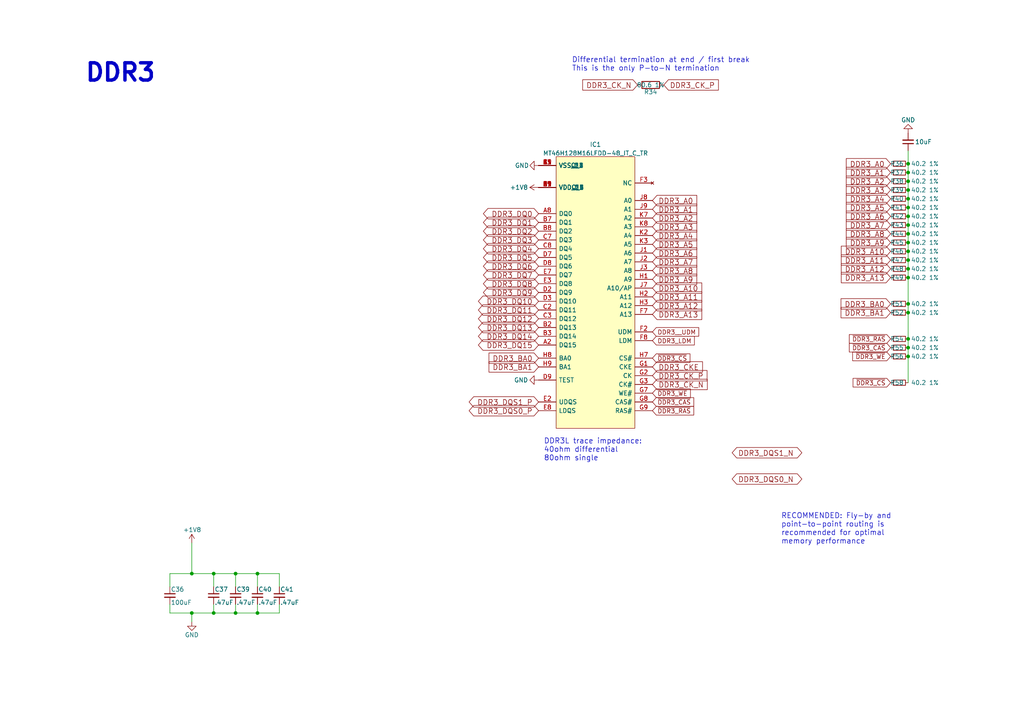
<source format=kicad_sch>
(kicad_sch (version 20231120) (generator "eeschema") (generator_version "8.0")
  (paper "A4")
  (lib_symbols
    (symbol "Device:C_Small" (pin_numbers hide) (pin_names (offset 0.254) hide)
      (property "Reference" "C" (at 0.254 1.778 0))
      (property "Value" "C_Small" (at 0.254 -2.032 0))
      (symbol "C_Small_0_1"
        (polyline (pts (xy -1.524 -0.508) (xy 1.524 -0.508)) (stroke (width 0.3302)))
        (polyline (pts (xy -1.524 0.508) (xy 1.524 0.508)) (stroke (width 0.3048)))
      )
      (symbol "C_Small_1_1"
        (pin passive line (at 0 2.54 270) (length 2.032) (name "~") (number "1"))
        (pin passive line (at 0 -2.54 90) (length 2.032) (name "~") (number "2"))
      )
    )
    (symbol "Device:R" (pin_numbers hide) (pin_names (offset 0))
      (property "Reference" "R" (at 2.032 0 90))
      (property "Value" "R" (at 0 0 90))
      (symbol "R_0_1"
        (rectangle (start -1.016 -2.54) (end 1.016 2.54) (stroke (width 0.254)))
      )
      (symbol "R_1_1"
        (pin passive line (at 0 3.81 270) (length 1.27) (name "~") (number "1"))
        (pin passive line (at 0 -3.81 90) (length 1.27) (name "~") (number "2"))
      )
    )
    (symbol "Device:R_Small" (pin_numbers hide) (pin_names (offset 0.254) hide)
      (property "Reference" "R" (at 0.762 0.508 0))
      (property "Value" "R_Small" (at 0.762 -1.016 0))
      (symbol "R_Small_0_1"
        (rectangle (start -0.762 1.778) (end 0.762 -1.778) (stroke (width 0.2032)))
      )
      (symbol "R_Small_1_1"
        (pin passive line (at 0 2.54 270) (length 0.762) (name "~") (number "1"))
        (pin passive line (at 0 -2.54 90) (length 0.762) (name "~") (number "2"))
      )
    )
    (symbol "Personal:MT46H128M16LFDD-48_IT_C_TR" (pin_names (offset 0.762))
      (property "Reference" "IC" (at 6.604 7.62 0))
      (property "Value" "MT46H128M16LFDD-48_IT_C_TR" (at 6.604 5.08 0))
      (symbol "MT46H128M16LFDD-48_IT_C_TR_0_0"
        (pin passive line (at 0 0 0) (length 5.08) (name "VSS_1") (number "A1"))
        (pin passive line (at 0 -52.07 0) (length 5.08) (name "DQ15") (number "A2"))
        (pin passive line (at 0 0 0) (length 5.08) (name "VSSQ_1") (number "A3"))
        (pin passive line (at 0 -6.35 0) (length 5.08) (name "VDDQ_1") (number "A7"))
        (pin passive line (at 0 -13.97 0) (length 5.08) (name "DQ0") (number "A8"))
        (pin passive line (at 0 -6.35 0) (length 5.08) (name "VDD_1") (number "A9"))
        (pin passive line (at 0 -6.35 0) (length 5.08) (name "VDDQ_2") (number "B1"))
        (pin passive line (at 0 -46.99 0) (length 5.08) (name "DQ13") (number "B2"))
        (pin passive line (at 0 -49.53 0) (length 5.08) (name "DQ14") (number "B3"))
        (pin passive line (at 0 -16.51 0) (length 5.08) (name "DQ1") (number "B7"))
        (pin passive line (at 0 -19.05 0) (length 5.08) (name "DQ2") (number "B8"))
        (pin passive line (at 0 0 0) (length 5.08) (name "VSSQ_2") (number "B9"))
        (pin passive line (at 0 0 0) (length 5.08) (name "VSSQ_3") (number "C1"))
        (pin passive line (at 0 -41.91 0) (length 5.08) (name "DQ11") (number "C2"))
        (pin passive line (at 0 -44.45 0) (length 5.08) (name "DQ12") (number "C3"))
        (pin passive line (at 0 -21.59 0) (length 5.08) (name "DQ3") (number "C7"))
        (pin passive line (at 0 -24.13 0) (length 5.08) (name "DQ4") (number "C8"))
        (pin passive line (at 0 -6.35 0) (length 5.08) (name "VDDQ_3") (number "C9"))
        (pin passive line (at 0 -6.35 0) (length 5.08) (name "VDDQ_4") (number "D1"))
        (pin passive line (at 0 -36.83 0) (length 5.08) (name "DQ9") (number "D2"))
        (pin passive line (at 0 -39.37 0) (length 5.08) (name "DQ10") (number "D3"))
        (pin passive line (at 0 -26.67 0) (length 5.08) (name "DQ5") (number "D7"))
        (pin passive line (at 0 -29.21 0) (length 5.08) (name "DQ6") (number "D8"))
        (pin passive line (at 0 -62.23 0) (length 5.08) (name "TEST") (number "D9"))
        (pin passive line (at 0 0 0) (length 5.08) (name "VSSQ_4") (number "E1"))
        (pin passive line (at 0 -68.58 0) (length 5.08) (name "UDQS") (number "E2"))
        (pin passive line (at 0 -34.29 0) (length 5.08) (name "DQ8") (number "E3"))
        (pin passive line (at 0 -31.75 0) (length 5.08) (name "DQ7") (number "E7"))
        (pin passive line (at 0 -71.12 0) (length 5.08) (name "LDQS") (number "E8"))
        (pin passive line (at 0 -6.35 0) (length 5.08) (name "VDDQ_5") (number "E9"))
        (pin passive line (at 0 0 0) (length 5.08) (name "VSS_2") (number "F1"))
        (pin passive line (at 33.02 -48.26 180) (length 5.08) (name "UDM") (number "F2"))
        (pin no_connect line (at 33.02 -5.08 180) (length 5.08) (name "NC") (number "F3"))
        (pin passive line (at 33.02 -43.18 180) (length 5.08) (name "A13") (number "F7"))
        (pin passive line (at 33.02 -50.8 180) (length 5.08) (name "LDM") (number "F8"))
        (pin passive line (at 0 -6.35 0) (length 5.08) (name "VDD_2") (number "F9"))
        (pin passive line (at 33.02 -58.42 180) (length 5.08) (name "CKE") (number "G1"))
        (pin passive line (at 33.02 -60.96 180) (length 5.08) (name "CK") (number "G2"))
        (pin passive line (at 33.02 -63.5 180) (length 5.08) (name "CK#") (number "G3"))
        (pin passive line (at 33.02 -66.04 180) (length 5.08) (name "WE#") (number "G7"))
        (pin passive line (at 33.02 -68.58 180) (length 5.08) (name "CAS#") (number "G8"))
        (pin passive line (at 33.02 -71.12 180) (length 5.08) (name "RAS#") (number "G9"))
        (pin passive line (at 33.02 -33.02 180) (length 5.08) (name "A9") (number "H1"))
        (pin passive line (at 33.02 -38.1 180) (length 5.08) (name "A11") (number "H2"))
        (pin passive line (at 33.02 -40.64 180) (length 5.08) (name "A12") (number "H3"))
        (pin passive line (at 33.02 -55.88 180) (length 5.08) (name "CS#") (number "H7"))
        (pin passive line (at 0 -55.88 0) (length 5.08) (name "BA0") (number "H8"))
        (pin passive line (at 0 -58.42 0) (length 5.08) (name "BA1") (number "H9"))
        (pin passive line (at 33.02 -25.4 180) (length 5.08) (name "A6") (number "J1"))
        (pin passive line (at 33.02 -27.94 180) (length 5.08) (name "A7") (number "J2"))
        (pin passive line (at 33.02 -30.48 180) (length 5.08) (name "A8") (number "J3"))
        (pin passive line (at 33.02 -35.56 180) (length 5.08) (name "A10/AP") (number "J7"))
        (pin passive line (at 33.02 -10.16 180) (length 5.08) (name "A0") (number "J8"))
        (pin passive line (at 33.02 -12.7 180) (length 5.08) (name "A1") (number "J9"))
        (pin passive line (at 0 0 0) (length 5.08) (name "VSS_3") (number "K1"))
        (pin passive line (at 33.02 -20.32 180) (length 5.08) (name "A4") (number "K2"))
        (pin passive line (at 33.02 -22.86 180) (length 5.08) (name "A5") (number "K3"))
        (pin passive line (at 33.02 -15.24 180) (length 5.08) (name "A2") (number "K7"))
        (pin passive line (at 33.02 -17.78 180) (length 5.08) (name "A3") (number "K8"))
        (pin passive line (at 0 -6.35 0) (length 5.08) (name "VDD_3") (number "K9"))
      )
      (symbol "MT46H128M16LFDD-48_IT_C_TR_1_1"
        (polyline (pts (xy 5.08 2.54) (xy 27.94 2.54) (xy 27.94 -76.2) (xy 5.08 -76.2) (xy 5.08 2.54)) (stroke (width 0.1524)) (fill (type background)))
      )
    )
    (symbol "power:+1V8" (power) (pin_numbers hide) (pin_names (offset 0) hide)
      (property "Value" "+1V8" (at 0 3.556 0))
      (symbol "+1V8_0_1"
        (polyline (pts (xy -0.762 1.27) (xy 0 2.54)))
        (polyline (pts (xy 0 0) (xy 0 2.54)))
        (polyline (pts (xy 0 2.54) (xy 0.762 1.27)))
      )
      (symbol "+1V8_1_1"
        (pin power_in line (at 0 0 90) (length 0) (name "~") (number "1"))
      )
    )
    (symbol "power:GND" (power) (pin_names (offset 0))
      (property "Value" "GND" (at 0 -3.81 0))
      (symbol "GND_0_1"
        (polyline (pts (xy 0 0) (xy 0 -1.27) (xy 1.27 -1.27) (xy 0 -2.54) (xy -1.27 -1.27) (xy 0 -1.27)))
      )
      (symbol "GND_1_1"
        (pin power_in line (at 0 0 270) (length 0) hide (name "GND") (number "1"))
      )
    )
  )
  (junction (at 263.398 77.978))
  (junction (at 263.398 57.658))
  (junction (at 263.398 55.118))
  (junction (at 55.626 166.37))
  (junction (at 263.398 90.678))
  (junction (at 68.326 166.37))
  (junction (at 263.398 47.498))
  (junction (at 263.398 62.738))
  (junction (at 263.398 65.278))
  (junction (at 263.398 70.358))
  (junction (at 61.976 177.8))
  (junction (at 263.398 100.838))
  (junction (at 55.626 177.8))
  (junction (at 263.398 52.578))
  (junction (at 263.398 103.378))
  (junction (at 263.398 60.198))
  (junction (at 74.676 166.37))
  (junction (at 61.976 166.37))
  (junction (at 263.398 50.038))
  (junction (at 263.398 72.898))
  (junction (at 74.676 177.8))
  (junction (at 68.326 177.8))
  (junction (at 263.398 67.818))
  (junction (at 263.398 80.518))
  (junction (at 263.398 75.438))
  (junction (at 263.398 88.138))
  (junction (at 263.398 98.298))
  (wire (pts (xy 68.326 175.26) (xy 68.326 177.8)))
  (wire (pts (xy 68.326 166.37) (xy 68.326 170.18)))
  (wire (pts (xy 68.326 166.37) (xy 74.676 166.37)))
  (wire (pts (xy 263.398 103.378) (xy 263.398 110.998)))
  (wire (pts (xy 263.398 50.038) (xy 263.398 47.498)))
  (wire (pts (xy 55.626 177.8) (xy 61.976 177.8)))
  (wire (pts (xy 81.026 166.37) (xy 81.026 170.18)))
  (wire (pts (xy 263.398 77.978) (xy 263.398 75.438)))
  (wire (pts (xy 61.976 175.26) (xy 61.976 177.8)))
  (wire (pts (xy 74.676 166.37) (xy 74.676 170.18)))
  (wire (pts (xy 61.976 166.37) (xy 61.976 170.18)))
  (wire (pts (xy 263.398 57.658) (xy 263.398 55.118)))
  (wire (pts (xy 49.276 166.37) (xy 55.626 166.37)))
  (wire (pts (xy 74.676 177.8) (xy 81.026 177.8)))
  (wire (pts (xy 74.676 175.26) (xy 74.676 177.8)))
  (wire (pts (xy 263.398 72.898) (xy 263.398 70.358)))
  (wire (pts (xy 55.626 166.37) (xy 61.976 166.37)))
  (wire (pts (xy 61.976 177.8) (xy 68.326 177.8)))
  (wire (pts (xy 81.026 177.8) (xy 81.026 175.26)))
  (wire (pts (xy 263.398 98.298) (xy 263.398 100.838)))
  (wire (pts (xy 263.398 100.838) (xy 263.398 103.378)))
  (wire (pts (xy 61.976 166.37) (xy 68.326 166.37)))
  (wire (pts (xy 74.676 166.37) (xy 81.026 166.37)))
  (wire (pts (xy 263.398 52.578) (xy 263.398 50.038)))
  (wire (pts (xy 68.326 177.8) (xy 74.676 177.8)))
  (wire (pts (xy 263.398 43.688) (xy 263.398 47.498)))
  (wire (pts (xy 263.398 55.118) (xy 263.398 52.578)))
  (wire (pts (xy 263.398 90.678) (xy 263.398 98.298)))
  (wire (pts (xy 263.398 62.738) (xy 263.398 60.198)))
  (wire (pts (xy 263.398 75.438) (xy 263.398 72.898)))
  (wire (pts (xy 263.398 60.198) (xy 263.398 57.658)))
  (wire (pts (xy 263.398 90.678) (xy 263.398 88.138)))
  (wire (pts (xy 263.398 65.278) (xy 263.398 62.738)))
  (wire (pts (xy 49.276 177.8) (xy 55.626 177.8)))
  (wire (pts (xy 263.398 80.518) (xy 263.398 88.138)))
  (wire (pts (xy 263.398 67.818) (xy 263.398 65.278)))
  (wire (pts (xy 263.398 80.518) (xy 263.398 77.978)))
  (wire (pts (xy 55.626 157.48) (xy 55.626 166.37)))
  (wire (pts (xy 55.626 177.8) (xy 55.626 180.34)))
  (wire (pts (xy 49.276 175.26) (xy 49.276 177.8)))
  (wire (pts (xy 263.398 70.358) (xy 263.398 67.818)))
  (wire (pts (xy 49.276 170.18) (xy 49.276 166.37)))
  (text "DDR3" (at 24.384 24.13 0) (effects (font (size 5.0038 5.0038) (thickness 1.0008) (bold yes)) (justify left bottom)))
  (text "RECOMMENDED: Fly-by and \npoint-to-point routing is\nrecommended for optimal \nmemory performance" (at 226.568 157.988 0) (effects (font (size 1.524 1.524)) (justify left bottom)))
  (text "DDR3L trace impedance:\n40ohm differential\n80ohm single" (at 157.734 133.858 0) (effects (font (size 1.524 1.524)) (justify left bottom)))
  (text "Differential termination at end / first break\nThis is the only P-to-N termination" (at 165.862 20.828 0) (effects (font (size 1.524 1.524)) (justify left bottom)))
  (global_label "DDR3_BA1" (shape input) (at 258.318 90.678 180) (effects (font (size 1.524 1.524))) (property "Intersheetrefs" "${INTERSHEET_REFS}" (effects (hide yes))))
  (global_label "DDR3_A4" (shape input) (at 189.23 68.326 0) (effects (font (size 1.524 1.524))) (property "Intersheetrefs" "${INTERSHEET_REFS}" (effects (hide yes))))
  (global_label "DDR3_DQ7" (shape bidirectional) (at 156.21 79.756 180) (effects (font (size 1.524 1.524))) (property "Intersheetrefs" "${INTERSHEET_REFS}" (effects (hide yes))))
  (global_label "DDR3_CK_P" (shape input) (at 189.23 108.966 0) (effects (font (size 1.524 1.524))) (property "Intersheetrefs" "${INTERSHEET_REFS}" (effects (hide yes))))
  (global_label "DDR3_A12" (shape input) (at 258.318 77.978 180) (effects (font (size 1.524 1.524))) (property "Intersheetrefs" "${INTERSHEET_REFS}" (effects (hide yes))))
  (global_label "DDR3_A12" (shape input) (at 189.23 88.646 0) (effects (font (size 1.524 1.524))) (property "Intersheetrefs" "${INTERSHEET_REFS}" (effects (hide yes))))
  (global_label "DDR3_DQS0_P" (shape bidirectional) (at 156.21 119.126 180) (effects (font (size 1.524 1.524))) (property "Intersheetrefs" "${INTERSHEET_REFS}" (effects (hide yes))))
  (global_label "DDR3_A9" (shape input) (at 258.318 70.358 180) (effects (font (size 1.524 1.524))) (property "Intersheetrefs" "${INTERSHEET_REFS}" (effects (hide yes))))
  (global_label "DDR3_A6" (shape input) (at 189.23 73.406 0) (effects (font (size 1.524 1.524))) (property "Intersheetrefs" "${INTERSHEET_REFS}" (effects (hide yes))))
  (global_label "DDR3_CKE" (shape input) (at 189.23 106.426 0) (effects (font (size 1.524 1.524))) (property "Intersheetrefs" "${INTERSHEET_REFS}" (effects (hide yes))))
  (global_label "~{DDR3_CAS}" (shape input) (at 189.23 116.586 0) (property "Intersheetrefs" "${INTERSHEET_REFS}" (effects (hide yes))))
  (global_label "DDR3_LDM" (shape input) (at 189.23 98.806 0) (property "Intersheetrefs" "${INTERSHEET_REFS}" (effects (hide yes))))
  (global_label "DDR3_A3" (shape input) (at 258.318 55.118 180) (effects (font (size 1.524 1.524))) (property "Intersheetrefs" "${INTERSHEET_REFS}" (effects (hide yes))))
  (global_label "DDR3_DQ10" (shape bidirectional) (at 156.21 87.376 180) (effects (font (size 1.524 1.524))) (property "Intersheetrefs" "${INTERSHEET_REFS}" (effects (hide yes))))
  (global_label "DDR3_A5" (shape input) (at 258.318 60.198 180) (effects (font (size 1.524 1.524))) (property "Intersheetrefs" "${INTERSHEET_REFS}" (effects (hide yes))))
  (global_label "DDR3_A11" (shape input) (at 258.318 75.438 180) (effects (font (size 1.524 1.524))) (property "Intersheetrefs" "${INTERSHEET_REFS}" (effects (hide yes))))
  (global_label "DDR3_DQ6" (shape bidirectional) (at 156.21 77.216 180) (effects (font (size 1.524 1.524))) (property "Intersheetrefs" "${INTERSHEET_REFS}" (effects (hide yes))))
  (global_label "DDR3_A7" (shape input) (at 189.23 75.946 0) (effects (font (size 1.524 1.524))) (property "Intersheetrefs" "${INTERSHEET_REFS}" (effects (hide yes))))
  (global_label "DDR3_DQ1" (shape bidirectional) (at 156.21 64.516 180) (effects (font (size 1.524 1.524))) (property "Intersheetrefs" "${INTERSHEET_REFS}" (effects (hide yes))))
  (global_label "DDR3_DQ3" (shape bidirectional) (at 156.21 69.596 180) (effects (font (size 1.524 1.524))) (property "Intersheetrefs" "${INTERSHEET_REFS}" (effects (hide yes))))
  (global_label "DDR3_BA1" (shape input) (at 156.21 106.426 180) (effects (font (size 1.524 1.524))) (property "Intersheetrefs" "${INTERSHEET_REFS}" (effects (hide yes))))
  (global_label "~{DDR3_WE}" (shape input) (at 258.318 103.378 180) (property "Intersheetrefs" "${INTERSHEET_REFS}" (effects (hide yes))))
  (global_label "DDR3__UDM" (shape input) (at 189.23 96.266 0) (property "Intersheetrefs" "${INTERSHEET_REFS}" (effects (hide yes))))
  (global_label "DDR3_DQ8" (shape bidirectional) (at 156.21 82.296 180) (effects (font (size 1.524 1.524))) (property "Intersheetrefs" "${INTERSHEET_REFS}" (effects (hide yes))))
  (global_label "DDR3_A2" (shape input) (at 258.318 52.578 180) (effects (font (size 1.524 1.524))) (property "Intersheetrefs" "${INTERSHEET_REFS}" (effects (hide yes))))
  (global_label "DDR3_CK_N" (shape input) (at 189.23 111.506 0) (effects (font (size 1.524 1.524))) (property "Intersheetrefs" "${INTERSHEET_REFS}" (effects (hide yes))))
  (global_label "DDR3_CK_N" (shape input) (at 184.912 24.638 180) (effects (font (size 1.524 1.524))) (property "Intersheetrefs" "${INTERSHEET_REFS}" (effects (hide yes))))
  (global_label "DDR3_DQS1_N" (shape bidirectional) (at 212.344 131.318 0) (effects (font (size 1.524 1.524))) (property "Intersheetrefs" "${INTERSHEET_REFS}" (effects (hide yes))))
  (global_label "~{DDR3_CS}" (shape input) (at 189.23 103.886 0) (property "Intersheetrefs" "${INTERSHEET_REFS}" (effects (hide yes))))
  (global_label "DDR3_BA0" (shape input) (at 258.318 88.138 180) (effects (font (size 1.524 1.524))) (property "Intersheetrefs" "${INTERSHEET_REFS}" (effects (hide yes))))
  (global_label "DDR3_DQ15" (shape bidirectional) (at 156.21 100.076 180) (effects (font (size 1.524 1.524))) (property "Intersheetrefs" "${INTERSHEET_REFS}" (effects (hide yes))))
  (global_label "DDR3_DQ9" (shape bidirectional) (at 156.21 84.836 180) (effects (font (size 1.524 1.524))) (property "Intersheetrefs" "${INTERSHEET_REFS}" (effects (hide yes))))
  (global_label "DDR3_A1" (shape input) (at 189.23 60.706 0) (effects (font (size 1.524 1.524))) (property "Intersheetrefs" "${INTERSHEET_REFS}" (effects (hide yes))))
  (global_label "DDR3_DQS1_P" (shape bidirectional) (at 156.21 116.586 180) (effects (font (size 1.524 1.524))) (property "Intersheetrefs" "${INTERSHEET_REFS}" (effects (hide yes))))
  (global_label "DDR3_DQ2" (shape bidirectional) (at 156.21 67.056 180) (effects (font (size 1.524 1.524))) (property "Intersheetrefs" "${INTERSHEET_REFS}" (effects (hide yes))))
  (global_label "DDR3_A10" (shape input) (at 189.23 83.566 0) (effects (font (size 1.524 1.524))) (property "Intersheetrefs" "${INTERSHEET_REFS}" (effects (hide yes))))
  (global_label "~{DDR3_WE}" (shape input) (at 189.23 114.046 0) (property "Intersheetrefs" "${INTERSHEET_REFS}" (effects (hide yes))))
  (global_label "DDR3_DQ14" (shape bidirectional) (at 156.21 97.536 180) (effects (font (size 1.524 1.524))) (property "Intersheetrefs" "${INTERSHEET_REFS}" (effects (hide yes))))
  (global_label "DDR3_DQ13" (shape bidirectional) (at 156.21 94.996 180) (effects (font (size 1.524 1.524))) (property "Intersheetrefs" "${INTERSHEET_REFS}" (effects (hide yes))))
  (global_label "~{DDR3_CS}" (shape input) (at 258.318 110.998 180) (property "Intersheetrefs" "${INTERSHEET_REFS}" (effects (hide yes))))
  (global_label "DDR3_A5" (shape input) (at 189.23 70.866 0) (effects (font (size 1.524 1.524))) (property "Intersheetrefs" "${INTERSHEET_REFS}" (effects (hide yes))))
  (global_label "DDR3_DQ4" (shape bidirectional) (at 156.21 72.136 180) (effects (font (size 1.524 1.524))) (property "Intersheetrefs" "${INTERSHEET_REFS}" (effects (hide yes))))
  (global_label "DDR3_DQ0" (shape bidirectional) (at 156.21 61.976 180) (effects (font (size 1.524 1.524))) (property "Intersheetrefs" "${INTERSHEET_REFS}" (effects (hide yes))))
  (global_label "DDR3_A0" (shape input) (at 258.318 47.498 180) (effects (font (size 1.524 1.524))) (property "Intersheetrefs" "${INTERSHEET_REFS}" (effects (hide yes))))
  (global_label "DDR3_DQ11" (shape bidirectional) (at 156.21 89.916 180) (effects (font (size 1.524 1.524))) (property "Intersheetrefs" "${INTERSHEET_REFS}" (effects (hide yes))))
  (global_label "DDR3_A9" (shape input) (at 189.23 81.026 0) (effects (font (size 1.524 1.524))) (property "Intersheetrefs" "${INTERSHEET_REFS}" (effects (hide yes))))
  (global_label "~{DDR3_CAS}" (shape input) (at 258.318 100.838 180) (property "Intersheetrefs" "${INTERSHEET_REFS}" (effects (hide yes))))
  (global_label "DDR3_A2" (shape input) (at 189.23 63.246 0) (effects (font (size 1.524 1.524))) (property "Intersheetrefs" "${INTERSHEET_REFS}" (effects (hide yes))))
  (global_label "DDR3_A6" (shape input) (at 258.318 62.738 180) (effects (font (size 1.524 1.524))) (property "Intersheetrefs" "${INTERSHEET_REFS}" (effects (hide yes))))
  (global_label "DDR3_A13" (shape input) (at 258.318 80.518 180) (effects (font (size 1.524 1.524))) (property "Intersheetrefs" "${INTERSHEET_REFS}" (effects (hide yes))))
  (global_label "DDR3_CK_P" (shape input) (at 192.532 24.638 0) (effects (font (size 1.524 1.524))) (property "Intersheetrefs" "${INTERSHEET_REFS}" (effects (hide yes))))
  (global_label "DDR3_DQ5" (shape bidirectional) (at 156.21 74.676 180) (effects (font (size 1.524 1.524))) (property "Intersheetrefs" "${INTERSHEET_REFS}" (effects (hide yes))))
  (global_label "DDR3_A11" (shape input) (at 189.23 86.106 0) (effects (font (size 1.524 1.524))) (property "Intersheetrefs" "${INTERSHEET_REFS}" (effects (hide yes))))
  (global_label "DDR3_A10" (shape input) (at 258.318 72.898 180) (effects (font (size 1.524 1.524))) (property "Intersheetrefs" "${INTERSHEET_REFS}" (effects (hide yes))))
  (global_label "DDR3_A0" (shape input) (at 189.23 58.166 0) (effects (font (size 1.524 1.524))) (property "Intersheetrefs" "${INTERSHEET_REFS}" (effects (hide yes))))
  (global_label "DDR3_A8" (shape input) (at 189.23 78.486 0) (effects (font (size 1.524 1.524))) (property "Intersheetrefs" "${INTERSHEET_REFS}" (effects (hide yes))))
  (global_label "DDR3_A1" (shape input) (at 258.318 50.038 180) (effects (font (size 1.524 1.524))) (property "Intersheetrefs" "${INTERSHEET_REFS}" (effects (hide yes))))
  (global_label "~{DDR3_RAS}" (shape input) (at 258.318 98.298 180) (property "Intersheetrefs" "${INTERSHEET_REFS}" (effects (hide yes))))
  (global_label "DDR3_A3" (shape input) (at 189.23 65.786 0) (effects (font (size 1.524 1.524))) (property "Intersheetrefs" "${INTERSHEET_REFS}" (effects (hide yes))))
  (global_label "DDR3_A8" (shape input) (at 258.318 67.818 180) (effects (font (size 1.524 1.524))) (property "Intersheetrefs" "${INTERSHEET_REFS}" (effects (hide yes))))
  (global_label "DDR3_A13" (shape input) (at 189.23 91.186 0) (effects (font (size 1.524 1.524))) (property "Intersheetrefs" "${INTERSHEET_REFS}" (effects (hide yes))))
  (global_label "DDR3_A7" (shape input) (at 258.318 65.278 180) (effects (font (size 1.524 1.524))) (property "Intersheetrefs" "${INTERSHEET_REFS}" (effects (hide yes))))
  (global_label "~{DDR3_RAS}" (shape input) (at 189.23 119.126 0) (property "Intersheetrefs" "${INTERSHEET_REFS}" (effects (hide yes))))
  (global_label "DDR3_DQS0_N" (shape bidirectional) (at 212.344 138.938 0) (effects (font (size 1.524 1.524))) (property "Intersheetrefs" "${INTERSHEET_REFS}" (effects (hide yes))))
  (global_label "DDR3_DQ12" (shape bidirectional) (at 156.21 92.456 180) (effects (font (size 1.524 1.524))) (property "Intersheetrefs" "${INTERSHEET_REFS}" (effects (hide yes))))
  (global_label "DDR3_BA0" (shape input) (at 156.21 103.886 180) (effects (font (size 1.524 1.524))) (property "Intersheetrefs" "${INTERSHEET_REFS}" (effects (hide yes))))
  (global_label "DDR3_A4" (shape input) (at 258.318 57.658 180) (effects (font (size 1.524 1.524))) (property "Intersheetrefs" "${INTERSHEET_REFS}" (effects (hide yes))))
  (symbol (lib_id "Device:R_Small") (at 260.858 77.978 90) (unit 1)
    (property "Reference" "R48" (at 262.128 77.978 90) (effects (justify left)))
    (property "Value" "40.2 1%" (at 272.288 77.978 90) (effects (justify left)))
    (property "Footprint" "Resistor_SMD:R_0201_0603Metric" (effects (hide yes)))
    (property "Datasheet" "RTT0140R2FTH" (effects (hide yes)))
    (property "MFR" "Yageo" (effects (hide yes)))
    (property "MPN" "RC0402FR-0740R2L" (effects (hide yes)))
    (property "SPR" "Digikey" (effects (hide yes)))
    (property "SPN" "311-40.2LRTR-ND" (effects (hide yes)))
    (property "SPURL" "-" (effects (hide yes)))
  )
  (symbol (lib_id "Device:C_Small") (at 68.326 172.72 0) (unit 1)
    (property "Reference" "C39" (at 68.58 170.942 0) (effects (justify left)))
    (property "Value" ".47uF" (at 68.58 174.752 0) (effects (justify left)))
    (property "Footprint" "Capacitor_SMD:C_1206_3216Metric" (effects (hide yes)))
    (property "Datasheet" "CL31A476MPHNNNE" (effects (hide yes)))
    (property "MFR" "Yageo" (effects (hide yes)))
    (property "MPN" "CC0402KRX5R5BB474" (effects (hide yes)))
    (property "SPR" "Digikey" (effects (hide yes)))
    (property "SPN" "311-1684-1-ND" (effects (hide yes)))
  )
  (symbol (lib_id "Device:R_Small") (at 260.858 57.658 90) (unit 1)
    (property "Reference" "R40" (at 262.128 57.658 90) (effects (justify left)))
    (property "Value" "40.2 1%" (at 272.288 57.658 90) (effects (justify left)))
    (property "Footprint" "Resistor_SMD:R_0201_0603Metric" (effects (hide yes)))
    (property "Datasheet" "RTT0140R2FTH" (effects (hide yes)))
    (property "MFR" "Yageo" (effects (hide yes)))
    (property "MPN" "RC0402FR-0740R2L" (effects (hide yes)))
    (property "SPR" "Digikey" (effects (hide yes)))
    (property "SPN" "311-40.2LRTR-ND" (effects (hide yes)))
    (property "SPURL" "-" (effects (hide yes)))
  )
  (symbol (lib_id "Device:R_Small") (at 260.858 72.898 90) (unit 1)
    (property "Reference" "R46" (at 262.128 72.898 90) (effects (justify left)))
    (property "Value" "40.2 1%" (at 272.288 72.898 90) (effects (justify left)))
    (property "Footprint" "Resistor_SMD:R_0201_0603Metric" (effects (hide yes)))
    (property "Datasheet" "RTT0140R2FTH" (effects (hide yes)))
    (property "MFR" "Yageo" (effects (hide yes)))
    (property "MPN" "RC0402FR-0740R2L" (effects (hide yes)))
    (property "SPR" "Digikey" (effects (hide yes)))
    (property "SPN" "311-40.2LRTR-ND" (effects (hide yes)))
    (property "SPURL" "-" (effects (hide yes)))
  )
  (symbol (lib_id "power:GND") (at 156.21 110.236 270) (unit 1)
    (property "Reference" "#PWR088" (effects (hide yes)))
    (property "Value" "GND" (at 151.13 110.236 90))
  )
  (symbol (lib_id "power:GND") (at 55.626 180.34 0) (unit 1)
    (property "Reference" "#PWR083" (effects (hide yes)))
    (property "Value" "GND" (at 55.626 184.15 0))
  )
  (symbol (lib_id "Device:R_Small") (at 260.858 62.738 90) (unit 1)
    (property "Reference" "R42" (at 262.128 62.738 90) (effects (justify left)))
    (property "Value" "40.2 1%" (at 272.288 62.738 90) (effects (justify left)))
    (property "Footprint" "Resistor_SMD:R_0201_0603Metric" (effects (hide yes)))
    (property "Datasheet" "RTT0140R2FTH" (effects (hide yes)))
    (property "MFR" "Yageo" (effects (hide yes)))
    (property "MPN" "RC0402FR-0740R2L" (effects (hide yes)))
    (property "SPR" "Digikey" (effects (hide yes)))
    (property "SPN" "311-40.2LRTR-ND" (effects (hide yes)))
    (property "SPURL" "-" (effects (hide yes)))
  )
  (symbol (lib_id "Device:R_Small") (at 260.858 103.378 90) (unit 1)
    (property "Reference" "R56" (at 262.128 103.378 90) (effects (justify left)))
    (property "Value" "40.2 1%" (at 272.288 103.378 90) (effects (justify left)))
    (property "Footprint" "Resistor_SMD:R_0201_0603Metric" (effects (hide yes)))
    (property "Datasheet" "RTT0140R2FTH" (effects (hide yes)))
    (property "MFR" "Yageo" (effects (hide yes)))
    (property "MPN" "RC0402FR-0740R2L" (effects (hide yes)))
    (property "SPR" "Digikey" (effects (hide yes)))
    (property "SPN" "311-40.2LRTR-ND" (effects (hide yes)))
    (property "SPURL" "-" (effects (hide yes)))
  )
  (symbol (lib_id "Device:R_Small") (at 260.858 80.518 90) (unit 1)
    (property "Reference" "R49" (at 262.128 80.518 90) (effects (justify left)))
    (property "Value" "40.2 1%" (at 272.288 80.518 90) (effects (justify left)))
    (property "Footprint" "Resistor_SMD:R_0201_0603Metric" (effects (hide yes)))
    (property "Datasheet" "RTT0140R2FTH" (effects (hide yes)))
    (property "MFR" "Yageo" (effects (hide yes)))
    (property "MPN" "RC0402FR-0740R2L" (effects (hide yes)))
    (property "SPR" "Digikey" (effects (hide yes)))
    (property "SPN" "311-40.2LRTR-ND" (effects (hide yes)))
    (property "SPURL" "-" (effects (hide yes)))
  )
  (symbol (lib_id "power:+1V8") (at 156.21 54.356 90) (unit 1)
    (property "Reference" "#PWR089" (effects (hide yes)))
    (property "Value" "+1V8" (at 153.162 54.356 90) (effects (justify left)))
    (property "Description" "Power symbol creates a global label with name \"+1V8\"" (effects (hide yes)))
  )
  (symbol (lib_id "Device:R_Small") (at 260.858 65.278 90) (unit 1)
    (property "Reference" "R43" (at 262.128 65.278 90) (effects (justify left)))
    (property "Value" "40.2 1%" (at 272.288 65.278 90) (effects (justify left)))
    (property "Footprint" "Resistor_SMD:R_0201_0603Metric" (effects (hide yes)))
    (property "Datasheet" "RTT0140R2FTH" (effects (hide yes)))
    (property "MFR" "Yageo" (effects (hide yes)))
    (property "MPN" "RC0402FR-0740R2L" (effects (hide yes)))
    (property "SPR" "Digikey" (effects (hide yes)))
    (property "SPN" "311-40.2LRTR-ND" (effects (hide yes)))
    (property "SPURL" "-" (effects (hide yes)))
  )
  (symbol (lib_id "Device:R") (at 188.722 24.638 270) (unit 1)
    (property "Reference" "R34" (at 188.722 26.67 90))
    (property "Value" "80.6 1%" (at 188.722 24.638 90))
    (property "Footprint" "Resistor_SMD:R_0603_1608Metric" (effects (hide yes)))
    (property "Datasheet" "RMC060380.6K1%N" (effects (hide yes)))
    (property "MFR" "Yageo" (effects (hide yes)))
    (property "SPR" "Digikey" (effects (hide yes)))
    (property "MPN" "RC0402FR-0780R6L" (effects (hide yes)))
    (property "SPN" "311-80.6LRTR-ND" (effects (hide yes)))
    (property "SPURL" "-" (effects (hide yes)))
  )
  (symbol (lib_id "Device:R_Small") (at 260.858 75.438 90) (unit 1)
    (property "Reference" "R47" (at 262.128 75.438 90) (effects (justify left)))
    (property "Value" "40.2 1%" (at 272.288 75.438 90) (effects (justify left)))
    (property "Footprint" "Resistor_SMD:R_0201_0603Metric" (effects (hide yes)))
    (property "Datasheet" "RTT0140R2FTH" (effects (hide yes)))
    (property "MFR" "Yageo" (effects (hide yes)))
    (property "MPN" "RC0402FR-0740R2L" (effects (hide yes)))
    (property "SPR" "Digikey" (effects (hide yes)))
    (property "SPN" "311-40.2LRTR-ND" (effects (hide yes)))
    (property "SPURL" "-" (effects (hide yes)))
  )
  (symbol (lib_id "power:GND") (at 156.21 48.006 270) (unit 1)
    (property "Reference" "#PWR090" (effects (hide yes)))
    (property "Value" "GND" (at 151.384 48.006 90))
  )
  (symbol (lib_id "Device:C_Small") (at 81.026 172.72 0) (unit 1)
    (property "Reference" "C41" (at 81.28 170.942 0) (effects (justify left)))
    (property "Value" ".47uF" (at 81.28 174.752 0) (effects (justify left)))
    (property "Footprint" "Capacitor_SMD:C_1206_3216Metric" (effects (hide yes)))
    (property "Datasheet" "CL31A476MPHNNNE" (effects (hide yes)))
    (property "MFR" "Yageo" (effects (hide yes)))
    (property "MPN" "CC0402KRX5R5BB474" (effects (hide yes)))
    (property "SPR" "Digikey" (effects (hide yes)))
    (property "SPN" "311-1684-1-ND" (effects (hide yes)))
  )
  (symbol (lib_id "Device:R_Small") (at 260.858 88.138 90) (unit 1)
    (property "Reference" "R51" (at 262.128 88.138 90) (effects (justify left)))
    (property "Value" "40.2 1%" (at 272.288 88.138 90) (effects (justify left)))
    (property "Footprint" "Resistor_SMD:R_0201_0603Metric" (effects (hide yes)))
    (property "Datasheet" "RTT0140R2FTH" (effects (hide yes)))
    (property "MFR" "Yageo" (effects (hide yes)))
    (property "MPN" "RC0402FR-0740R2L" (effects (hide yes)))
    (property "SPR" "Digikey" (effects (hide yes)))
    (property "SPN" "311-40.2LRTR-ND" (effects (hide yes)))
    (property "SPURL" "-" (effects (hide yes)))
  )
  (symbol (lib_id "Device:R_Small") (at 260.858 67.818 90) (unit 1)
    (property "Reference" "R44" (at 262.128 67.818 90) (effects (justify left)))
    (property "Value" "40.2 1%" (at 272.288 67.818 90) (effects (justify left)))
    (property "Footprint" "Resistor_SMD:R_0201_0603Metric" (effects (hide yes)))
    (property "Datasheet" "RTT0140R2FTH" (effects (hide yes)))
    (property "MFR" "Yageo" (effects (hide yes)))
    (property "MPN" "RC0402FR-0740R2L" (effects (hide yes)))
    (property "SPR" "Digikey" (effects (hide yes)))
    (property "SPN" "311-40.2LRTR-ND" (effects (hide yes)))
    (property "SPURL" "-" (effects (hide yes)))
  )
  (symbol (lib_id "Device:C_Small") (at 74.676 172.72 0) (unit 1)
    (property "Reference" "C40" (at 74.93 170.942 0) (effects (justify left)))
    (property "Value" ".47uF" (at 74.93 174.752 0) (effects (justify left)))
    (property "Footprint" "Capacitor_SMD:C_1206_3216Metric" (effects (hide yes)))
    (property "Datasheet" "CL31A476MPHNNNE" (effects (hide yes)))
    (property "MFR" "Yageo" (effects (hide yes)))
    (property "MPN" "CC0402KRX5R5BB474" (effects (hide yes)))
    (property "SPR" "Digikey" (effects (hide yes)))
    (property "SPN" "311-1684-1-ND" (effects (hide yes)))
  )
  (symbol (lib_id "Device:R_Small") (at 260.858 100.838 90) (unit 1)
    (property "Reference" "R55" (at 262.128 100.838 90) (effects (justify left)))
    (property "Value" "40.2 1%" (at 272.288 100.838 90) (effects (justify left)))
    (property "Footprint" "Resistor_SMD:R_0201_0603Metric" (effects (hide yes)))
    (property "Datasheet" "RTT0140R2FTH" (effects (hide yes)))
    (property "MFR" "Yageo" (effects (hide yes)))
    (property "MPN" "RC0402FR-0740R2L" (effects (hide yes)))
    (property "SPR" "Digikey" (effects (hide yes)))
    (property "SPN" "311-40.2LRTR-ND" (effects (hide yes)))
    (property "SPURL" "-" (effects (hide yes)))
  )
  (symbol (lib_id "Device:R_Small") (at 260.858 90.678 90) (unit 1)
    (property "Reference" "R52" (at 262.128 90.678 90) (effects (justify left)))
    (property "Value" "40.2 1%" (at 272.288 90.678 90) (effects (justify left)))
    (property "Footprint" "Resistor_SMD:R_0201_0603Metric" (effects (hide yes)))
    (property "Datasheet" "RTT0140R2FTH" (effects (hide yes)))
    (property "MFR" "Yageo" (effects (hide yes)))
    (property "MPN" "RC0402FR-0740R2L" (effects (hide yes)))
    (property "SPR" "Digikey" (effects (hide yes)))
    (property "SPN" "311-40.2LRTR-ND" (effects (hide yes)))
    (property "SPURL" "-" (effects (hide yes)))
  )
  (symbol (lib_id "Device:R_Small") (at 260.858 60.198 90) (unit 1)
    (property "Reference" "R41" (at 262.128 60.198 90) (effects (justify left)))
    (property "Value" "40.2 1%" (at 272.288 60.198 90) (effects (justify left)))
    (property "Footprint" "Resistor_SMD:R_0201_0603Metric" (effects (hide yes)))
    (property "Datasheet" "RTT0140R2FTH" (effects (hide yes)))
    (property "MFR" "Yageo" (effects (hide yes)))
    (property "MPN" "RC0402FR-0740R2L" (effects (hide yes)))
    (property "SPR" "Digikey" (effects (hide yes)))
    (property "SPN" "311-40.2LRTR-ND" (effects (hide yes)))
    (property "SPURL" "-" (effects (hide yes)))
  )
  (symbol (lib_id "Device:R_Small") (at 260.858 52.578 90) (unit 1)
    (property "Reference" "R38" (at 262.128 52.578 90) (effects (justify left)))
    (property "Value" "40.2 1%" (at 272.288 52.578 90) (effects (justify left)))
    (property "Footprint" "Resistor_SMD:R_0201_0603Metric" (effects (hide yes)))
    (property "Datasheet" "RTT0140R2FTH" (effects (hide yes)))
    (property "MFR" "Yageo" (effects (hide yes)))
    (property "MPN" "RC0402FR-0740R2L" (effects (hide yes)))
    (property "SPR" "Digikey" (effects (hide yes)))
    (property "SPN" "311-40.2LRTR-ND" (effects (hide yes)))
    (property "SPURL" "-" (effects (hide yes)))
  )
  (symbol (lib_id "Device:R_Small") (at 260.858 70.358 90) (unit 1)
    (property "Reference" "R45" (at 262.128 70.358 90) (effects (justify left)))
    (property "Value" "40.2 1%" (at 272.288 70.358 90) (effects (justify left)))
    (property "Footprint" "Resistor_SMD:R_0201_0603Metric" (effects (hide yes)))
    (property "Datasheet" "RTT0140R2FTH" (effects (hide yes)))
    (property "MFR" "Yageo" (effects (hide yes)))
    (property "MPN" "RC0402FR-0740R2L" (effects (hide yes)))
    (property "SPR" "Digikey" (effects (hide yes)))
    (property "SPN" "311-40.2LRTR-ND" (effects (hide yes)))
    (property "SPURL" "-" (effects (hide yes)))
  )
  (symbol (lib_id "Device:R_Small") (at 260.858 98.298 90) (unit 1)
    (property "Reference" "R54" (at 262.128 98.298 90) (effects (justify left)))
    (property "Value" "40.2 1%" (at 272.288 98.298 90) (effects (justify left)))
    (property "Footprint" "Resistor_SMD:R_0201_0603Metric" (effects (hide yes)))
    (property "Datasheet" "RTT0140R2FTH" (effects (hide yes)))
    (property "MFR" "Yageo" (effects (hide yes)))
    (property "MPN" "RC0402FR-0740R2L" (effects (hide yes)))
    (property "SPR" "Digikey" (effects (hide yes)))
    (property "SPN" "311-40.2LRTR-ND" (effects (hide yes)))
    (property "SPURL" "-" (effects (hide yes)))
  )
  (symbol (lib_id "Device:R_Small") (at 260.858 47.498 90) (unit 1)
    (property "Reference" "R36" (at 262.128 47.498 90) (effects (justify left)))
    (property "Value" "40.2 1%" (at 272.288 47.498 90) (effects (justify left)))
    (property "Footprint" "Resistor_SMD:R_0201_0603Metric" (effects (hide yes)))
    (property "Datasheet" "RTT0140R2FTH" (effects (hide yes)))
    (property "MFR" "Yageo" (effects (hide yes)))
    (property "MPN" "RC0402FR-0740R2L" (effects (hide yes)))
    (property "SPR" "Digikey" (effects (hide yes)))
    (property "SPN" "311-40.2LRTR-ND" (effects (hide yes)))
    (property "SPURL" "-" (effects (hide yes)))
  )
  (symbol (lib_id "Device:C_Small") (at 263.398 41.148 180) (unit 1)
    (property "Reference" "C38" (effects (hide yes)))
    (property "Value" "10uF" (at 270.256 41.148 0) (effects (justify left)))
    (property "Footprint" "Capacitor_SMD:C_0402_1005Metric" (effects (hide yes)))
    (property "Datasheet" "GRM155R60J106ME44D" (effects (hide yes)))
  )
  (symbol (lib_id "Device:R_Small") (at 260.858 55.118 90) (unit 1)
    (property "Reference" "R39" (at 262.128 55.118 90) (effects (justify left)))
    (property "Value" "40.2 1%" (at 272.288 55.118 90) (effects (justify left)))
    (property "Footprint" "Resistor_SMD:R_0201_0603Metric" (effects (hide yes)))
    (property "Datasheet" "RTT0140R2FTH" (effects (hide yes)))
    (property "MFR" "Yageo" (effects (hide yes)))
    (property "MPN" "RC0402FR-0740R2L" (effects (hide yes)))
    (property "SPR" "Digikey" (effects (hide yes)))
    (property "SPN" "311-40.2LRTR-ND" (effects (hide yes)))
    (property "SPURL" "-" (effects (hide yes)))
  )
  (symbol (lib_id "power:GND") (at 263.398 38.608 180) (unit 1)
    (property "Reference" "#PWR084" (effects (hide yes)))
    (property "Value" "GND" (at 263.398 34.798 0))
  )
  (symbol (lib_id "Personal:MT46H128M16LFDD-48_IT_C_TR") (at 156.21 48.006 0) (unit 1)
    (property "Reference" "IC1" (at 172.72 41.91 0))
    (property "Value" "MT46H128M16LFDD-48_IT_C_TR" (at 172.72 44.45 0))
    (property "Footprint" "Sync_VT extras:BGA60C80P9X10_800X900X100" (effects (hide yes)))
    (property "Datasheet" "https://www.micron.com/-/media/client/global/documents/products/data-sheet/dram/mobile-dram/low-power-dram/lpddr/80-series/t89m_auto_lpddr.pdf?rev=f2b742cd54b841dd86c5e0c2a564daf7" (effects (hide yes)))
    (property "Description" "DRAM MOBILE DDR 2G 128MX16 FBGA" (effects (hide yes)))
    (property "Description_1" "DRAM MOBILE DDR 2G 128MX16 FBGA" (effects (hide yes)))
    (property "Height" "1" (effects (hide yes)))
    (property "Mouser Part Number" "340-242388-REEL" (effects (hide yes)))
    (property "Mouser Price/Stock" "https://www.mouser.co.uk/ProductDetail/Micron/MT46H128M16LFDD-48-ITC-TR?qs=taEdVNyAfdH9Uc4RiwxL6g%3D%3D" (effects (hide yes)))
    (property "Manufacturer_Name" "Micron" (effects (hide yes)))
    (property "Manufacturer_Part_Number" "MT46H128M16LFDD-48 IT:C TR" (effects (hide yes)))
  )
  (symbol (lib_id "Device:R_Small") (at 260.858 50.038 90) (unit 1)
    (property "Reference" "R37" (at 262.128 50.038 90) (effects (justify left)))
    (property "Value" "40.2 1%" (at 272.288 50.038 90) (effects (justify left)))
    (property "Footprint" "Resistor_SMD:R_0201_0603Metric" (effects (hide yes)))
    (property "Datasheet" "RTT0140R2FTH" (effects (hide yes)))
    (property "MFR" "Yageo" (effects (hide yes)))
    (property "MPN" "RC0402FR-0740R2L" (effects (hide yes)))
    (property "SPR" "Digikey" (effects (hide yes)))
    (property "SPN" "311-40.2LRTR-ND" (effects (hide yes)))
    (property "SPURL" "-" (effects (hide yes)))
  )
  (symbol (lib_id "Device:C_Small") (at 61.976 172.72 0) (unit 1)
    (property "Reference" "C37" (at 62.23 170.942 0) (effects (justify left)))
    (property "Value" ".47uF" (at 62.23 174.752 0) (effects (justify left)))
    (property "Footprint" "Capacitor_SMD:C_1206_3216Metric" (effects (hide yes)))
    (property "Datasheet" "CL31A476MPHNNNE" (effects (hide yes)))
    (property "MFR" "Yageo" (effects (hide yes)))
    (property "MPN" "CC0402KRX5R5BB474" (effects (hide yes)))
    (property "SPR" "Digikey" (effects (hide yes)))
    (property "SPN" "311-1684-1-ND" (effects (hide yes)))
  )
  (symbol (lib_id "power:+1V8") (at 55.626 157.48 0) (unit 1)
    (property "Reference" "#PWR082" (effects (hide yes)))
    (property "Value" "+1V8" (at 53.086 153.67 0) (effects (justify left)))
    (property "Description" "Power symbol creates a global label with name \"+1V8\"" (effects (hide yes)))
  )
  (symbol (lib_id "Device:R_Small") (at 260.858 110.998 90) (unit 1)
    (property "Reference" "R58" (at 262.128 110.998 90) (effects (justify left)))
    (property "Value" "40.2 1%" (at 272.288 110.998 90) (effects (justify left)))
    (property "Footprint" "Resistor_SMD:R_0201_0603Metric" (effects (hide yes)))
    (property "Datasheet" "RTT0140R2FTH" (effects (hide yes)))
    (property "MFR" "Yageo" (effects (hide yes)))
    (property "MPN" "RC0402FR-0740R2L" (effects (hide yes)))
    (property "SPR" "Digikey" (effects (hide yes)))
    (property "SPN" "311-40.2LRTR-ND" (effects (hide yes)))
    (property "SPURL" "-" (effects (hide yes)))
  )
  (symbol (lib_id "Device:C_Small") (at 49.276 172.72 0) (unit 1)
    (property "Reference" "C36" (at 49.53 170.942 0) (effects (justify left)))
    (property "Value" "100uF" (at 49.53 174.752 0) (effects (justify left)))
    (property "Footprint" "Capacitor_SMD:C_1206_3216Metric" (effects (hide yes)))
    (property "Datasheet" "CL31A107MQHNNNE" (effects (hide yes)))
    (property "MFR" "TAIYO YUDEN" (effects (hide yes)))
    (property "MPN" "JMK325ABJ107MM-P" (effects (hide yes)))
    (property "SPR" "Digikey" (effects (hide yes)))
    (property "SPN" "587-4313-1-ND" (effects (hide yes)))
  )
)
</source>
